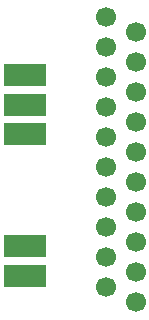
<source format=gbr>
G04 #@! TF.FileFunction,Soldermask,Top*
%FSLAX46Y46*%
G04 Gerber Fmt 4.6, Leading zero omitted, Abs format (unit mm)*
G04 Created by KiCad (PCBNEW 4.0.7) date 02/20/18 23:47:58*
%MOMM*%
%LPD*%
G01*
G04 APERTURE LIST*
%ADD10C,0.100000*%
%ADD11C,1.700000*%
%ADD12R,3.600000X1.900000*%
G04 APERTURE END LIST*
D10*
D11*
X163576000Y-117620000D03*
X163576000Y-120160000D03*
X163576000Y-122700000D03*
X163576000Y-115080000D03*
X161036000Y-121430000D03*
X161036000Y-118890000D03*
X161036000Y-116350000D03*
X161036000Y-113810000D03*
X163576000Y-112540000D03*
X161036000Y-111270000D03*
X163576000Y-110000000D03*
X161036000Y-108730000D03*
X163576000Y-107460000D03*
X161036000Y-106190000D03*
X163576000Y-104920000D03*
X161036000Y-103650000D03*
X163576000Y-102380000D03*
X161036000Y-101110000D03*
X163576000Y-99840000D03*
X161036000Y-98570000D03*
D12*
X154178000Y-105958000D03*
X154178000Y-103458000D03*
X154178000Y-117958000D03*
X154178000Y-108458000D03*
X154178000Y-120458000D03*
M02*

</source>
